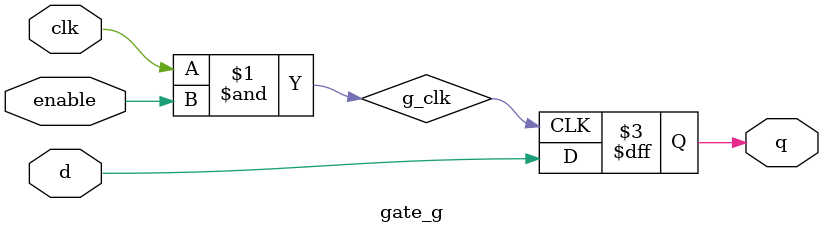
<source format=v>
module gate_g(input d,clk,enable,output reg q);
  wire g_clk;
  assign g_clk=clk&enable;
  always@(posedge g_clk)
    q<=d;
endmodule
    

</source>
